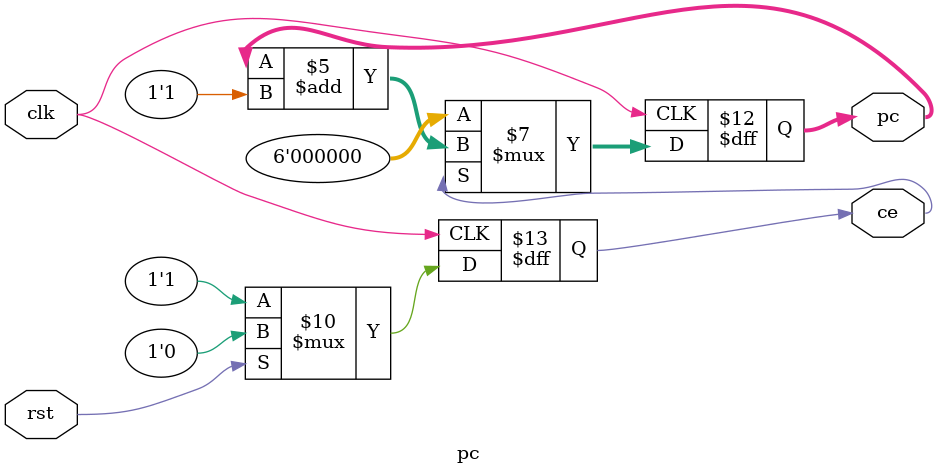
<source format=v>
`timescale 1ns / 1ps
/*
    给出取指令地址,同时每个时钟周期取指令地址递增
*/
module pc(
    input wire clk,
    input wire rst,
    output reg[5: 0] pc,
    output reg       ce
);
    always @(posedge clk) begin
        if (rst == 1'b1) begin
            ce <= 1'b0;
        end else begin
            ce <= 1'b1;
        end
    end

    always @(posedge clk) begin
        if (ce == 1'b0) begin
            pc <= 6'h00;
        end else begin
            pc <= pc + 1'b1;
        end
    end
endmodule

</source>
